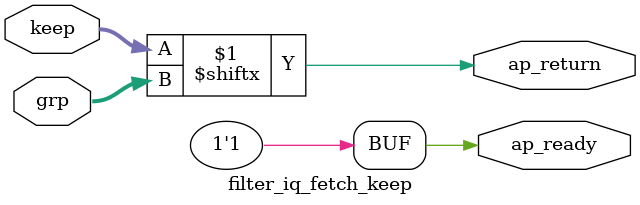
<source format=v>

`timescale 1 ns / 1 ps 

module filter_iq_fetch_keep (
        ap_ready,
        keep,
        grp,
        ap_return
);


output   ap_ready;
input  [255:0] keep;
input  [7:0] grp;
output  [0:0] ap_return;

assign ap_ready = 1'b1;

assign ap_return = keep[grp];

endmodule //filter_iq_fetch_keep

</source>
